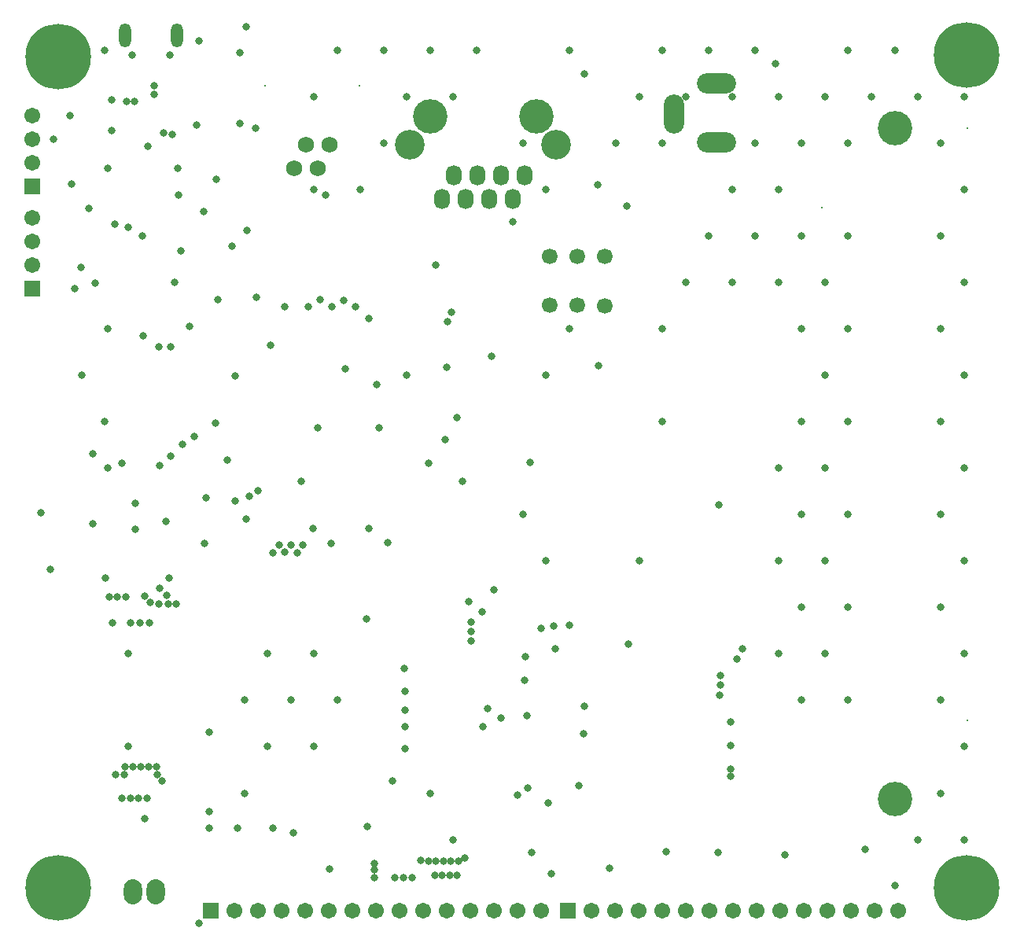
<source format=gbs>
%FSTAX23Y23*%
%MOIN*%
%SFA1B1*%

%IPPOS*%
%ADD122C,0.278000*%
%ADD123C,0.031620*%
%ADD124O,0.051310X0.102490*%
%ADD125R,0.008000X0.008000*%
%ADD126C,0.145800*%
%ADD127O,0.076900X0.106420*%
%ADD128C,0.066580*%
%ADD129R,0.067060X0.067060*%
%ADD130C,0.067060*%
%ADD131O,0.165480X0.086740*%
%ADD132O,0.086740X0.165480*%
%ADD133C,0.126110*%
%ADD134O,0.067060X0.086740*%
%ADD135C,0.068000*%
%ADD136C,0.008000*%
%ADD137R,0.067060X0.067060*%
%LNesp_gsm_v1.1-1*%
%LPD*%
G54D122*
X04025Y00175D03*
Y03705D03*
X00175Y037D03*
Y00175D03*
G54D123*
X00489Y03707D03*
X00647D03*
X00659Y03369D03*
X0062Y03375D03*
X0058Y0354D03*
X00582Y03577D03*
X00497Y0351D03*
X00466D03*
X004Y03515D03*
X00385Y03225D03*
X006Y0138D03*
X01995Y00935D03*
X01975Y0086D03*
X0205Y00895D03*
X004Y03385D03*
X01285Y0267D03*
X01385Y02665D03*
X01308Y03113D03*
X00974Y02962D03*
X02979Y00992D03*
X0298Y01035D03*
Y01075D03*
X0305Y01146D03*
X04015Y03531D03*
X03916Y03334D03*
X04015Y03137D03*
X03916Y0294D03*
X04015Y02744D03*
X03916Y02547D03*
X04015Y0235D03*
X03916Y02153D03*
X04015Y01956D03*
X03916Y01759D03*
X04015Y01562D03*
X03916Y01366D03*
X04015Y01169D03*
X03916Y00972D03*
X04015Y00775D03*
X03916Y00578D03*
X04015Y00381D03*
X0372Y03728D03*
X03818Y03531D03*
Y00381D03*
X0372Y00185D03*
X03523Y03728D03*
X03621Y03531D03*
X03523Y03334D03*
Y0294D03*
Y02547D03*
Y02153D03*
Y01759D03*
Y01366D03*
Y00972D03*
X03424Y03531D03*
X03326Y03334D03*
Y0294D03*
X03424Y02744D03*
X03326Y02547D03*
X03424Y0235D03*
X03326Y02153D03*
X03424Y01956D03*
X03326Y01759D03*
X03424Y01562D03*
X03326Y01366D03*
X03424Y01169D03*
X03326Y00972D03*
X03129Y03728D03*
X03227Y03531D03*
X03129Y03334D03*
X03227Y03137D03*
X03129Y0294D03*
X03227Y02744D03*
Y01956D03*
Y01562D03*
Y01169D03*
X02932Y03728D03*
X03031Y03531D03*
Y03137D03*
X02932Y0294D03*
X03031Y02744D03*
X02735Y03728D03*
X02834Y03531D03*
X02735Y03334D03*
X02834Y02744D03*
X02735Y02547D03*
Y02153D03*
X02637Y03531D03*
X02538Y03334D03*
X02637Y01562D03*
X02342Y03728D03*
Y02547D03*
X02145Y03334D03*
X02243Y03137D03*
Y0235D03*
X02145Y01759D03*
X02243Y01562D03*
X01948Y03728D03*
X01751D03*
X01849Y03531D03*
X01751Y00578D03*
X01849Y00381D03*
X01554Y03728D03*
X01653Y03531D03*
X01554Y03334D03*
X01653Y0235D03*
X01357Y03728D03*
X01456Y03137D03*
X01357Y00972D03*
X01259Y03531D03*
Y03137D03*
Y01169D03*
X0116Y00972D03*
X01259Y00775D03*
X01062Y01169D03*
X00964Y00972D03*
X01062Y00775D03*
X00964Y00578D03*
X00668Y02744D03*
X00373Y03728D03*
Y02153D03*
X00471Y01169D03*
Y00775D03*
X00275Y0235D03*
X01645Y00765D03*
Y0086D03*
Y0093D03*
Y0101D03*
X0077Y00025D03*
X0014Y01525D03*
X0063Y0173D03*
X00815Y00835D03*
X0054Y0047D03*
X00245Y02715D03*
X00271Y02807D03*
X0023Y0316D03*
X00471Y02976D03*
X00322Y02017D03*
X00385Y01955D03*
X00445Y01975D03*
X001Y01765D03*
X00375Y0149D03*
X0046Y0141D03*
X00425D03*
X0039D03*
X00405Y013D03*
X0048D03*
X0056D03*
X0052D03*
X00543Y01412D03*
X00675Y0138D03*
X0064D03*
X00565Y01385D03*
X00559Y0069D03*
X00593Y00691D03*
X00594Y00657D03*
X00491Y00691D03*
X00418Y00656D03*
X00457Y00691D03*
X00456Y00658D03*
X00445Y00555D03*
X0048D03*
X00515D03*
X00526Y00691D03*
X0055Y00555D03*
X00614Y0063D03*
X01515Y0028D03*
Y0022D03*
X01638Y00219D03*
X016Y0022D03*
X01675D03*
X01515Y00252D03*
X01899Y00304D03*
X01871Y00291D03*
X01839D03*
X01808D03*
X01776D03*
X01745D03*
X01713Y00293D03*
X01772Y00231D03*
X01803D03*
X01835D03*
X01866D03*
X01325Y00255D03*
X02265Y00235D03*
X0225Y00535D03*
X0197Y01345D03*
X01775Y02815D03*
X01015Y0268D03*
X00925Y02345D03*
X0089Y0199D03*
X01275Y02125D03*
X01865Y0217D03*
X01889Y019D03*
X01746Y01978D03*
X0201Y0243D03*
X0275Y0033D03*
X0297Y00325D03*
X03255Y00315D03*
X03595Y0034D03*
X0251Y0026D03*
X00415Y0299D03*
X0033Y0274D03*
X00935Y0043D03*
X00815Y0043D03*
X0032Y0172D03*
X0075Y0209D03*
X01205Y019D03*
X0184Y02615D03*
X01825Y02575D03*
X0157Y0164D03*
X01255Y017D03*
X01535Y02127D03*
X01815Y02075D03*
X0164Y01105D03*
X0159Y0063D03*
X0148Y01315D03*
X00695Y02875D03*
X0079Y03042D03*
X00732Y02556D03*
X0222Y01275D03*
X0228Y0119D03*
X0215Y01055D03*
X01915Y0139D03*
X02155Y01155D03*
X00555Y0332D03*
X0216Y00905D03*
X0218Y00325D03*
X0133Y01635D03*
X0212Y0057D03*
X00815Y005D03*
X01485Y00435D03*
X00795Y01635D03*
X00645Y0149D03*
X0065Y02005D03*
X0084Y02145D03*
X0139Y02375D03*
X01525Y0231D03*
X021Y03D03*
X0246Y03155D03*
X0097Y03825D03*
X0101Y03395D03*
X00944Y03415D03*
X0091Y02895D03*
X0053Y0294D03*
X00605Y01445D03*
X00635Y01415D03*
X00605Y01965D03*
X03075Y0119D03*
X01085Y0043D03*
X0117Y0041D03*
X0149Y017D03*
X02175Y0198D03*
X02405Y00945D03*
X02975Y018D03*
X02465Y0239D03*
X01212Y0163D03*
X01187Y01595D03*
X01161Y0163D03*
X0111D03*
X01136Y016D03*
X00925Y01818D03*
X01085Y01595D03*
X0097Y0174D03*
X0102Y0186D03*
X00985Y01838D03*
X02585Y03065D03*
X01075Y02475D03*
X005Y01695D03*
Y01805D03*
X02165Y006D03*
X006Y0247D03*
X00535Y02515D03*
X0065Y0247D03*
X00385Y02545D03*
X01135Y0264D03*
X01235D03*
X01335D03*
X01435D03*
X0085Y0267D03*
X0149Y0259D03*
X03215Y0367D03*
X00845Y0318D03*
X008Y0183D03*
X0234Y0129D03*
X0076Y0341D03*
X0077Y03765D03*
X00945Y03715D03*
X00305Y03055D03*
X00155Y0335D03*
X00225Y0345D03*
X007Y02055D03*
X00682Y03227D03*
X00684Y03114D03*
X0182Y02384D03*
X02405Y03625D03*
X02021Y01441D03*
X01924Y01224D03*
X02275Y01285D03*
X01925Y01303D03*
X01925Y01264D03*
X0259Y0121D03*
X024Y0083D03*
X03025Y00649D03*
Y0068D03*
Y0078D03*
X0238Y0061D03*
X03025Y0088D03*
G54D124*
X00457Y03789D03*
X00679D03*
G54D125*
X04029Y00888D03*
Y03396D03*
X0341Y03061D03*
G54D126*
X0372Y00553D03*
Y03396D03*
X022Y03446D03*
X0175D03*
G54D127*
X0049Y0016D03*
X00589D03*
G54D128*
X02257Y02853D03*
X02375Y02853D03*
X02493Y02853D03*
Y02644D03*
X02375Y02645D03*
X02257D03*
G54D129*
X00065Y0315D03*
Y02715D03*
G54D130*
X00065Y0325D03*
Y0335D03*
Y0345D03*
Y02815D03*
Y02915D03*
Y03015D03*
X02435Y0008D03*
X02535D03*
X02635D03*
X02735D03*
X02835D03*
X02935D03*
X03035D03*
X03135D03*
X03235D03*
X03335D03*
X03435D03*
X03535D03*
X03635D03*
X03735D03*
X0222D03*
X0212D03*
X0202D03*
X0192D03*
X0182D03*
X0172D03*
X0162D03*
X0152D03*
X0142D03*
X0132D03*
X0122D03*
X0112D03*
X0102D03*
X0092D03*
G54D131*
X02965Y03585D03*
Y03335D03*
G54D132*
X02785Y03455D03*
G54D133*
X02284Y03326D03*
X01666D03*
G54D134*
X0185Y03196D03*
X0195D03*
X0205D03*
X0215D03*
X018Y03096D03*
X019D03*
X02D03*
X021D03*
G54D135*
X01325Y03325D03*
X01225D03*
X01275Y03225D03*
X01175D03*
G54D136*
X0145Y03575D03*
X0105D03*
G54D137*
X02335Y0008D03*
X0082D03*
M02*
</source>
